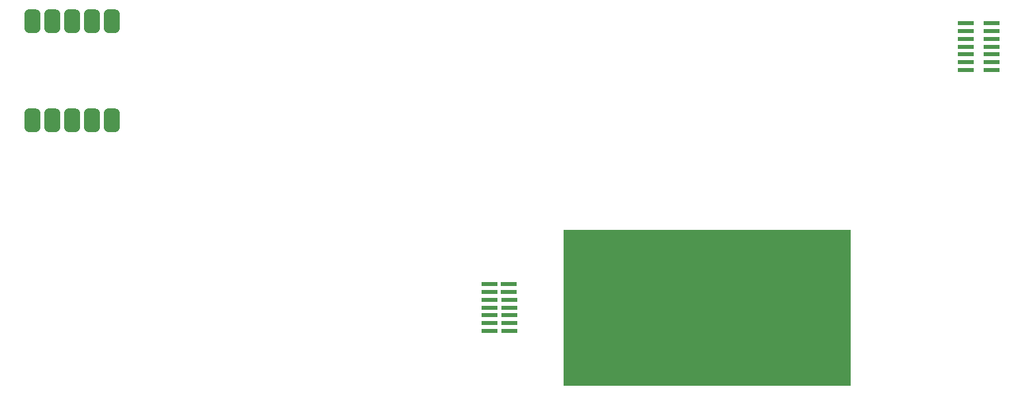
<source format=gbr>
%TF.GenerationSoftware,KiCad,Pcbnew,8.0.5-8.0.5-0~ubuntu22.04.1*%
%TF.CreationDate,2024-10-01T20:56:39-07:00*%
%TF.ProjectId,itla_driver_board_pcb,69746c61-5f64-4726-9976-65725f626f61,rev?*%
%TF.SameCoordinates,Original*%
%TF.FileFunction,Paste,Top*%
%TF.FilePolarity,Positive*%
%FSLAX46Y46*%
G04 Gerber Fmt 4.6, Leading zero omitted, Abs format (unit mm)*
G04 Created by KiCad (PCBNEW 8.0.5-8.0.5-0~ubuntu22.04.1) date 2024-10-01 20:56:39*
%MOMM*%
%LPD*%
G01*
G04 APERTURE LIST*
G04 Aperture macros list*
%AMRoundRect*
0 Rectangle with rounded corners*
0 $1 Rounding radius*
0 $2 $3 $4 $5 $6 $7 $8 $9 X,Y pos of 4 corners*
0 Add a 4 corners polygon primitive as box body*
4,1,4,$2,$3,$4,$5,$6,$7,$8,$9,$2,$3,0*
0 Add four circle primitives for the rounded corners*
1,1,$1+$1,$2,$3*
1,1,$1+$1,$4,$5*
1,1,$1+$1,$6,$7*
1,1,$1+$1,$8,$9*
0 Add four rect primitives between the rounded corners*
20,1,$1+$1,$2,$3,$4,$5,0*
20,1,$1+$1,$4,$5,$6,$7,0*
20,1,$1+$1,$6,$7,$8,$9,0*
20,1,$1+$1,$8,$9,$2,$3,0*%
G04 Aperture macros list end*
%ADD10R,2.000000X0.500000*%
%ADD11RoundRect,0.500000X-0.500000X-1.000000X0.500000X-1.000000X0.500000X1.000000X-0.500000X1.000000X0*%
%ADD12R,36.750000X20.000000*%
G04 APERTURE END LIST*
D10*
%TO.C,J1*%
X136000000Y-38560000D03*
X132700000Y-38560000D03*
X136000000Y-37560000D03*
X132700000Y-37560000D03*
X136000000Y-36560000D03*
X132700000Y-36560000D03*
X136000000Y-35560000D03*
X132700000Y-35560000D03*
X136000000Y-34560000D03*
X132700000Y-34560000D03*
X136000000Y-33560000D03*
X132700000Y-33560000D03*
X136000000Y-32560000D03*
X132700000Y-32560000D03*
%TD*%
D11*
%TO.C,U2*%
X13200000Y-44960000D03*
X15740000Y-44960000D03*
X18280000Y-44960000D03*
X20820000Y-44960000D03*
X23360000Y-44960000D03*
X23360000Y-32260000D03*
X20820000Y-32260000D03*
X18280000Y-32260000D03*
X15740000Y-32260000D03*
X13200000Y-32260000D03*
%TD*%
D12*
%TO.C,J4*%
X99625000Y-69000000D03*
D10*
X71750000Y-72000000D03*
X74250000Y-72000000D03*
X71750000Y-71000000D03*
X74250000Y-71000000D03*
X71750000Y-70000000D03*
X74250000Y-70000000D03*
X71750000Y-69000000D03*
X74250000Y-69000000D03*
X71750000Y-68000000D03*
X74250000Y-68000000D03*
X71700000Y-67000000D03*
X74200000Y-67000000D03*
X71750000Y-66000000D03*
X74200000Y-66000000D03*
%TD*%
M02*

</source>
